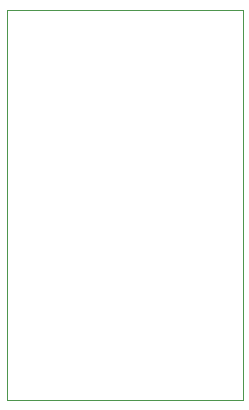
<source format=gko>
G04 Layer_Color=16711935*
%FSLAX42Y42*%
%MOMM*%
G71*
G01*
G75*
%ADD14C,0.10*%
D14*
X0Y0D02*
Y3300D01*
X2000D01*
Y0D02*
Y3300D01*
X0Y0D02*
X2000D01*
M02*

</source>
